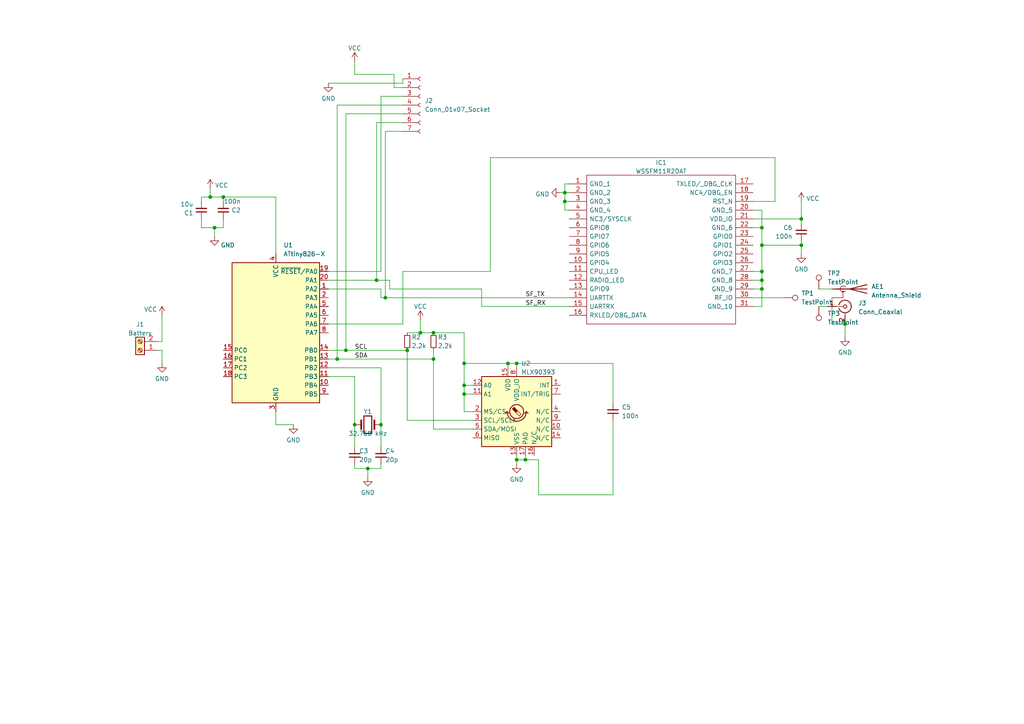
<source format=kicad_sch>
(kicad_sch (version 20231120) (generator "eeschema") (generator_version "8.0")
  (paper "A4")
  (lib_symbols
    (symbol "Connector:Conn_01x07_Socket" (pin_names (offset 1.016) hide)
      (property "Reference" "J" (at 0 10.16 0))
      (property "Value" "Conn_01x07_Socket" (at 0 -10.16 0))
      (symbol "Conn_01x07_Socket_1_1"
        (arc (start 0 -7.112) (mid -0.5058 -7.62) (end 0 -8.128) (stroke (width 0.1524)))
        (arc (start 0 -4.572) (mid -0.5058 -5.08) (end 0 -5.588) (stroke (width 0.1524)))
        (arc (start 0 -2.032) (mid -0.5058 -2.54) (end 0 -3.048) (stroke (width 0.1524)))
        (polyline (pts (xy -1.27 -7.62) (xy -0.508 -7.62)) (stroke (width 0.1524)))
        (polyline (pts (xy -1.27 -5.08) (xy -0.508 -5.08)) (stroke (width 0.1524)))
        (polyline (pts (xy -1.27 -2.54) (xy -0.508 -2.54)) (stroke (width 0.1524)))
        (polyline (pts (xy -1.27 0) (xy -0.508 0)) (stroke (width 0.1524)))
        (polyline (pts (xy -1.27 2.54) (xy -0.508 2.54)) (stroke (width 0.1524)))
        (polyline (pts (xy -1.27 5.08) (xy -0.508 5.08)) (stroke (width 0.1524)))
        (polyline (pts (xy -1.27 7.62) (xy -0.508 7.62)) (stroke (width 0.1524)))
        (arc (start 0 0.508) (mid -0.5058 0) (end 0 -0.508) (stroke (width 0.1524)))
        (arc (start 0 3.048) (mid -0.5058 2.54) (end 0 2.032) (stroke (width 0.1524)))
        (arc (start 0 5.588) (mid -0.5058 5.08) (end 0 4.572) (stroke (width 0.1524)))
        (arc (start 0 8.128) (mid -0.5058 7.62) (end 0 7.112) (stroke (width 0.1524)))
        (pin passive line (at -5.08 7.62 0) (length 3.81) (name "Pin_1") (number "1"))
        (pin passive line (at -5.08 5.08 0) (length 3.81) (name "Pin_2") (number "2"))
        (pin passive line (at -5.08 2.54 0) (length 3.81) (name "Pin_3") (number "3"))
        (pin passive line (at -5.08 0 0) (length 3.81) (name "Pin_4") (number "4"))
        (pin passive line (at -5.08 -2.54 0) (length 3.81) (name "Pin_5") (number "5"))
        (pin passive line (at -5.08 -5.08 0) (length 3.81) (name "Pin_6") (number "6"))
        (pin passive line (at -5.08 -7.62 0) (length 3.81) (name "Pin_7") (number "7"))
      )
    )
    (symbol "Connector:Conn_Coaxial" (pin_names (offset 1.016) hide)
      (property "Reference" "J" (at 0.254 3.048 0))
      (property "Value" "Conn_Coaxial" (at 2.921 0 90))
      (symbol "Conn_Coaxial_0_1"
        (arc (start -1.778 -0.508) (mid 0.2311 -1.8066) (end 1.778 0) (stroke (width 0.254)))
        (polyline (pts (xy -2.54 0) (xy -0.508 0)))
        (polyline (pts (xy 0 -2.54) (xy 0 -1.778)))
        (circle (center 0 0) (radius 0.508) (stroke (width 0.2032)))
        (arc (start 1.778 0) (mid 0.2099 1.8101) (end -1.778 0.508) (stroke (width 0.254)))
      )
      (symbol "Conn_Coaxial_1_1"
        (pin passive line (at -5.08 0 0) (length 2.54) (name "In") (number "1"))
        (pin passive line (at 0 -5.08 90) (length 2.54) (name "Ext") (number "2"))
      )
    )
    (symbol "Connector:Screw_Terminal_01x02" (pin_names (offset 1.016) hide)
      (property "Reference" "J" (at 0 2.54 0))
      (property "Value" "Screw_Terminal_01x02" (at 0 -5.08 0))
      (symbol "Screw_Terminal_01x02_1_1"
        (rectangle (start -1.27 1.27) (end 1.27 -3.81) (stroke (width 0.254)) (fill (type background)))
        (circle (center 0 -2.54) (radius 0.635) (stroke (width 0.1524)))
        (polyline (pts (xy -0.5334 -2.2098) (xy 0.3302 -3.048)) (stroke (width 0.1524)))
        (polyline (pts (xy -0.5334 0.3302) (xy 0.3302 -0.508)) (stroke (width 0.1524)))
        (polyline (pts (xy -0.3556 -2.032) (xy 0.508 -2.8702)) (stroke (width 0.1524)))
        (polyline (pts (xy -0.3556 0.508) (xy 0.508 -0.3302)) (stroke (width 0.1524)))
        (circle (center 0 0) (radius 0.635) (stroke (width 0.1524)))
        (pin passive line (at -5.08 0 0) (length 3.81) (name "Pin_1") (number "1"))
        (pin passive line (at -5.08 -2.54 0) (length 3.81) (name "Pin_2") (number "2"))
      )
    )
    (symbol "Connector:TestPoint" (pin_numbers hide) (pin_names (offset 0.762) hide)
      (property "Reference" "TP" (at 0 6.858 0))
      (property "Value" "TestPoint" (at 0 5.08 0))
      (symbol "TestPoint_0_1"
        (circle (center 0 3.302) (radius 0.762))
      )
      (symbol "TestPoint_1_1"
        (pin passive line (at 0 0 90) (length 2.54) (name "1") (number "1"))
      )
    )
    (symbol "Device:Antenna_Shield" (pin_numbers hide) (pin_names (offset 1.016) hide)
      (property "Reference" "AE" (at -1.905 4.445 0))
      (property "Value" "Antenna_Shield" (at -1.905 2.54 0))
      (symbol "Antenna_Shield_0_1"
        (arc (start -0.508 -1.143) (mid -0.8429 -2.1194) (end 0 -2.667))
        (arc (start 0 -2.667) (mid 0.7989 -2.1052) (end 0.508 -1.143))
        (polyline (pts (xy 0 -2.54) (xy 0 0)))
        (polyline (pts (xy 0 5.08) (xy 0 -3.81)) (stroke (width 0.254)))
        (polyline (pts (xy 0.762 -1.905) (xy 2.54 -1.905)))
        (polyline (pts (xy 2.54 -2.54) (xy 2.54 -1.905)))
        (polyline (pts (xy 1.27 5.08) (xy 0 0) (xy -1.27 5.08)) (stroke (width 0.254)))
        (circle (center 0.762 -1.905) (radius 0.1778) (fill (type outline)))
      )
      (symbol "Antenna_Shield_1_1"
        (pin input line (at 0 -5.08 90) (length 2.54) (name "A") (number "1"))
        (pin input line (at 2.54 -5.08 90) (length 2.54) (name "Shield") (number "2"))
      )
    )
    (symbol "Device:C_Small" (pin_numbers hide) (pin_names (offset 0.254) hide)
      (property "Reference" "C" (at 0.254 1.778 0))
      (property "Value" "C_Small" (at 0.254 -2.032 0))
      (symbol "C_Small_0_1"
        (polyline (pts (xy -1.524 -0.508) (xy 1.524 -0.508)) (stroke (width 0.3302)))
        (polyline (pts (xy -1.524 0.508) (xy 1.524 0.508)) (stroke (width 0.3048)))
      )
      (symbol "C_Small_1_1"
        (pin passive line (at 0 2.54 270) (length 2.032) (name "~") (number "1"))
        (pin passive line (at 0 -2.54 90) (length 2.032) (name "~") (number "2"))
      )
    )
    (symbol "Device:Crystal" (pin_numbers hide) (pin_names (offset 1.016) hide)
      (property "Reference" "Y" (at 0 3.81 0))
      (property "Value" "Crystal" (at 0 -3.81 0))
      (symbol "Crystal_0_1"
        (rectangle (start -1.143 2.54) (end 1.143 -2.54) (stroke (width 0.3048)))
        (polyline (pts (xy -2.54 0) (xy -1.905 0)))
        (polyline (pts (xy -1.905 -1.27) (xy -1.905 1.27)) (stroke (width 0.508)))
        (polyline (pts (xy 1.905 -1.27) (xy 1.905 1.27)) (stroke (width 0.508)))
        (polyline (pts (xy 2.54 0) (xy 1.905 0)))
      )
      (symbol "Crystal_1_1"
        (pin passive line (at -3.81 0 0) (length 1.27) (name "1") (number "1"))
        (pin passive line (at 3.81 0 180) (length 1.27) (name "2") (number "2"))
      )
    )
    (symbol "Device:R_Small" (pin_numbers hide) (pin_names (offset 0.254) hide)
      (property "Reference" "R" (at 0.762 0.508 0))
      (property "Value" "R_Small" (at 0.762 -1.016 0))
      (symbol "R_Small_0_1"
        (rectangle (start -0.762 1.778) (end 0.762 -1.778) (stroke (width 0.2032)))
      )
      (symbol "R_Small_1_1"
        (pin passive line (at 0 2.54 270) (length 0.762) (name "~") (number "1"))
        (pin passive line (at 0 -2.54 90) (length 0.762) (name "~") (number "2"))
      )
    )
    (symbol "MCU_Microchip_ATtiny:ATtiny826-M"
      (property "Reference" "U" (at -12.7 21.59 0))
      (property "Value" "ATtiny826-M" (at 2.54 -21.59 0))
      (symbol "ATtiny826-M_0_1"
        (rectangle (start -12.7 -20.32) (end 12.7 20.32) (stroke (width 0.254)) (fill (type background)))
      )
      (symbol "ATtiny826-M_1_1"
        (pin bidirectional line (at 15.24 12.7 180) (length 2.54) (name "PA2") (number "1"))
        (pin bidirectional line (at 15.24 -15.24 180) (length 2.54) (name "PB4") (number "10"))
        (pin bidirectional line (at 15.24 -12.7 180) (length 2.54) (name "PB3") (number "11"))
        (pin bidirectional line (at 15.24 -10.16 180) (length 2.54) (name "PB2") (number "12"))
        (pin bidirectional line (at 15.24 -7.62 180) (length 2.54) (name "PB1") (number "13"))
        (pin bidirectional line (at 15.24 -5.08 180) (length 2.54) (name "PB0") (number "14"))
        (pin bidirectional line (at -15.24 -5.08 0) (length 2.54) (name "PC0") (number "15"))
        (pin bidirectional line (at -15.24 -7.62 0) (length 2.54) (name "PC1") (number "16"))
        (pin bidirectional line (at -15.24 -10.16 0) (length 2.54) (name "PC2") (number "17"))
        (pin bidirectional line (at -15.24 -12.7 0) (length 2.54) (name "PC3") (number "18"))
        (pin bidirectional line (at 15.24 17.78 180) (length 2.54) (name "~{RESET}/PA0") (number "19"))
        (pin bidirectional line (at 15.24 10.16 180) (length 2.54) (name "PA3") (number "2"))
        (pin bidirectional line (at 15.24 15.24 180) (length 2.54) (name "PA1") (number "20"))
        (pin passive line (at 0 -22.86 90) (length 2.54) hide (name "GND") (number "21"))
        (pin power_in line (at 0 -22.86 90) (length 2.54) (name "GND") (number "3"))
        (pin power_in line (at 0 22.86 270) (length 2.54) (name "VCC") (number "4"))
        (pin bidirectional line (at 15.24 7.62 180) (length 2.54) (name "PA4") (number "5"))
        (pin bidirectional line (at 15.24 5.08 180) (length 2.54) (name "PA5") (number "6"))
        (pin bidirectional line (at 15.24 2.54 180) (length 2.54) (name "PA6") (number "7"))
        (pin bidirectional line (at 15.24 0 180) (length 2.54) (name "PA7") (number "8"))
        (pin bidirectional line (at 15.24 -17.78 180) (length 2.54) (name "PB5") (number "9"))
      )
    )
    (symbol "Sensor_Magnetic:MA730"
      (property "Reference" "U1" (at 2.0194 15.24 0))
      (property "Value" "MLX90393" (at 2.0194 12.7 0))
      (symbol "MA730_0_1"
        (rectangle (start -10.16 10.16) (end 10.16 -10.16) (stroke (width 0.254)) (fill (type background)))
        (arc (start -2.794 0) (mid 0 -2.7819) (end 2.794 0) (stroke (width 0.254)))
        (polyline (pts (xy -2.794 0) (xy -3.302 -0.508)) (stroke (width 0.254)))
        (polyline (pts (xy -2.794 0) (xy -2.286 -0.508)) (stroke (width 0.254)))
        (polyline (pts (xy 2.794 0) (xy 2.286 -0.508)) (stroke (width 0.254)))
        (polyline (pts (xy 2.794 0) (xy 3.302 -0.508)) (stroke (width 0.254)))
      )
      (symbol "MA730_1_1"
        (polyline (pts (xy 0.254 0.254) (xy 1.27 -0.762) (xy 0.762 -1.27) (xy -0.254 -0.254)))
        (polyline (pts (xy -0.762 1.27) (xy 0.254 0.254) (xy -0.254 -0.254) (xy -1.27 0.762) (xy -1.016 1.016) (xy -0.762 1.27) (xy -0.635 1.143)) (fill (type outline)))
        (circle (center 0 0) (radius 2.032) (stroke (width 0.254)))
        (pin output line (at 12.7 7.62 180) (length 2.54) (name "INT") (number "1"))
        (pin passive line (at 12.7 -5.08 180) (length 2.54) (name "N/C") (number "10"))
        (pin input line (at -12.7 5.08 0) (length 2.54) (name "A1") (number "11"))
        (pin input line (at -12.7 7.62 0) (length 2.54) (name "A0") (number "12"))
        (pin power_in line (at 0 -12.7 90) (length 2.54) (name "VSS") (number "13"))
        (pin passive line (at 12.7 -7.62 180) (length 2.54) (name "N/C") (number "14"))
        (pin power_in line (at -2.54 12.7 270) (length 2.54) (name "VDD") (number "15"))
        (pin passive line (at 5.08 -12.7 90) (length 2.54) (name "N/C") (number "16"))
        (pin passive line (at 2.54 -12.7 90) (length 2.54) (name "PAD") (number "17"))
        (pin input line (at -12.7 0 0) (length 2.54) (name "MS/CS") (number "2"))
        (pin input line (at -12.7 -2.54 0) (length 2.54) (name "SCL/SCLK") (number "3"))
        (pin passive line (at 12.7 0 180) (length 2.54) (name "N/C") (number "4"))
        (pin bidirectional line (at -12.7 -5.08 0) (length 2.54) (name "SDA/MOSI") (number "5"))
        (pin output line (at -12.7 -7.62 0) (length 2.54) (name "MISO") (number "6"))
        (pin bidirectional line (at 12.7 5.08 180) (length 2.54) (name "INT/TRIG") (number "7"))
        (pin power_in line (at 0 12.7 270) (length 2.54) (name "VDD_IO") (number "8"))
        (pin passive line (at 12.7 -2.54 180) (length 2.54) (name "N/C") (number "9"))
      )
    )
    (symbol "WSSFM11R2DAT:WSSFM11R2DAT" (pin_names (offset 0.762))
      (property "Reference" "IC" (at 49.53 7.62 0))
      (property "Value" "WSSFM11R2DAT" (at 49.53 5.08 0))
      (symbol "WSSFM11R2DAT_0_0"
        (pin passive line (at 0 0 0) (length 5.08) (name "GND_1") (number "1"))
        (pin passive line (at 0 -22.86 0) (length 5.08) (name "GPIO4") (number "10"))
        (pin passive line (at 0 -25.4 0) (length 5.08) (name "CPU_LED") (number "11"))
        (pin passive line (at 0 -27.94 0) (length 5.08) (name "RADIO_LED") (number "12"))
        (pin passive line (at 0 -30.48 0) (length 5.08) (name "GPIO9") (number "13"))
        (pin passive line (at 0 -33.02 0) (length 5.08) (name "UARTTX") (number "14"))
        (pin passive line (at 0 -35.56 0) (length 5.08) (name "UARTRX") (number "15"))
        (pin passive line (at 0 -38.1 0) (length 5.08) (name "RXLED/DBG_DATA") (number "16"))
        (pin passive line (at 53.34 0 180) (length 5.08) (name "TXLED/_DBG_CLK") (number "17"))
        (pin passive line (at 53.34 -2.54 180) (length 5.08) (name "NC4/DBG_EN") (number "18"))
        (pin passive line (at 53.34 -5.08 180) (length 5.08) (name "RST_N") (number "19"))
        (pin passive line (at 0 -2.54 0) (length 5.08) (name "GND_2") (number "2"))
        (pin passive line (at 53.34 -7.62 180) (length 5.08) (name "GND_5") (number "20"))
        (pin passive line (at 53.34 -10.16 180) (length 5.08) (name "VDD_IO") (number "21"))
        (pin passive line (at 53.34 -12.7 180) (length 5.08) (name "GND_6") (number "22"))
        (pin passive line (at 53.34 -15.24 180) (length 5.08) (name "GPIO0") (number "23"))
        (pin passive line (at 53.34 -17.78 180) (length 5.08) (name "GPIO1") (number "24"))
        (pin passive line (at 53.34 -20.32 180) (length 5.08) (name "GPIO2") (number "25"))
        (pin passive line (at 53.34 -22.86 180) (length 5.08) (name "GPIO3") (number "26"))
        (pin passive line (at 53.34 -25.4 180) (length 5.08) (name "GND_7") (number "27"))
        (pin passive line (at 53.34 -27.94 180) (length 5.08) (name "GND_8") (number "28"))
        (pin passive line (at 53.34 -30.48 180) (length 5.08) (name "GND_9") (number "29"))
        (pin passive line (at 0 -5.08 0) (length 5.08) (name "GND_3") (number "3"))
        (pin passive line (at 53.34 -33.02 180) (length 5.08) (name "RF_IO") (number "30"))
        (pin passive line (at 53.34 -35.56 180) (length 5.08) (name "GND_10") (number "31"))
        (pin passive line (at 0 -7.62 0) (length 5.08) (name "GND_4") (number "4"))
        (pin passive line (at 0 -10.16 0) (length 5.08) (name "NC3/SYSCLK") (number "5"))
        (pin passive line (at 0 -12.7 0) (length 5.08) (name "GPIO8") (number "6"))
        (pin passive line (at 0 -15.24 0) (length 5.08) (name "GPIO7") (number "7"))
        (pin passive line (at 0 -17.78 0) (length 5.08) (name "GPIO6") (number "8"))
        (pin passive line (at 0 -20.32 0) (length 5.08) (name "GPIO5") (number "9"))
      )
      (symbol "WSSFM11R2DAT_0_1"
        (polyline (pts (xy 5.08 2.54) (xy 48.26 2.54) (xy 48.26 -40.64) (xy 5.08 -40.64) (xy 5.08 2.54)) (stroke (width 0.1524)))
      )
    )
    (symbol "power:GND" (power) (pin_names (offset 0))
      (property "Value" "GND" (at 0 -3.81 0))
      (symbol "GND_0_1"
        (polyline (pts (xy 0 0) (xy 0 -1.27) (xy 1.27 -1.27) (xy 0 -2.54) (xy -1.27 -1.27) (xy 0 -1.27)))
      )
      (symbol "GND_1_1"
        (pin power_in line (at 0 0 270) (length 0) hide (name "GND") (number "1"))
      )
    )
    (symbol "power:VCC" (power) (pin_names (offset 0))
      (property "Value" "VCC" (at 0 3.81 0))
      (symbol "VCC_0_1"
        (polyline (pts (xy -0.762 1.27) (xy 0 2.54)))
        (polyline (pts (xy 0 0) (xy 0 2.54)))
        (polyline (pts (xy 0 2.54) (xy 0.762 1.27)))
      )
      (symbol "VCC_1_1"
        (pin power_in line (at 0 0 90) (length 0) hide (name "VCC") (number "1"))
      )
    )
  )
  (junction (at 110.49 123.19))
  (junction (at 125.73 96.52))
  (junction (at 64.77 57.15))
  (junction (at 149.86 105.41))
  (junction (at 220.98 78.74))
  (junction (at 60.96 57.15))
  (junction (at 134.62 111.76))
  (junction (at 109.22 81.28))
  (junction (at 147.32 105.41))
  (junction (at 163.83 58.42))
  (junction (at 121.92 96.52))
  (junction (at 220.98 66.04))
  (junction (at 100.33 101.6))
  (junction (at 111.76 86.36))
  (junction (at 102.87 123.19))
  (junction (at 125.73 104.14))
  (junction (at 163.83 55.88))
  (junction (at 220.98 71.12))
  (junction (at 232.41 71.12))
  (junction (at 134.62 114.3))
  (junction (at 62.23 66.04))
  (junction (at 134.62 105.41))
  (junction (at 97.79 104.14))
  (junction (at 118.11 101.6))
  (junction (at 106.68 135.89))
  (junction (at 149.86 133.35))
  (junction (at 245.11 93.98))
  (junction (at 232.41 63.5))
  (junction (at 152.4 133.35))
  (junction (at 220.98 83.82))
  (junction (at 220.98 81.28))
  (wire (pts (xy 116.84 78.74) (xy 142.24 78.74)))
  (wire (pts (xy 121.92 96.52) (xy 125.73 96.52)))
  (wire (pts (xy 111.76 38.1) (xy 111.76 86.36)))
  (wire (pts (xy 220.98 78.74) (xy 220.98 81.28)))
  (wire (pts (xy 46.99 91.44) (xy 46.99 99.06)))
  (wire (pts (xy 218.44 81.28) (xy 220.98 81.28)))
  (wire (pts (xy 165.1 88.9) (xy 139.7 88.9)))
  (wire (pts (xy 109.22 35.56) (xy 109.22 81.28)))
  (wire (pts (xy 95.25 83.82) (xy 110.49 83.82)))
  (wire (pts (xy 109.22 35.56) (xy 116.84 35.56)))
  (wire (pts (xy 121.92 92.71) (xy 121.92 96.52)))
  (wire (pts (xy 218.44 60.96) (xy 220.98 60.96)))
  (wire (pts (xy 60.96 57.15) (xy 58.42 57.15)))
  (wire (pts (xy 125.73 124.46) (xy 137.16 124.46)))
  (wire (pts (xy 220.98 60.96) (xy 220.98 66.04)))
  (wire (pts (xy 162.56 55.88) (xy 163.83 55.88)))
  (wire (pts (xy 106.68 135.89) (xy 106.68 138.43)))
  (wire (pts (xy 220.98 71.12) (xy 232.41 71.12)))
  (wire (pts (xy 80.01 57.15) (xy 64.77 57.15)))
  (wire (pts (xy 102.87 135.89) (xy 106.68 135.89)))
  (wire (pts (xy 220.98 88.9) (xy 220.98 83.82)))
  (wire (pts (xy 142.24 45.72) (xy 224.79 45.72)))
  (wire (pts (xy 80.01 73.66) (xy 80.01 57.15)))
  (wire (pts (xy 45.72 101.6) (xy 46.99 101.6)))
  (wire (pts (xy 60.96 54.61) (xy 60.96 57.15)))
  (wire (pts (xy 116.84 24.13) (xy 116.84 22.86)))
  (wire (pts (xy 232.41 63.5) (xy 232.41 64.77)))
  (wire (pts (xy 177.8 116.84) (xy 177.8 105.41)))
  (wire (pts (xy 218.44 86.36) (xy 227.33 86.36)))
  (wire (pts (xy 156.21 143.51) (xy 156.21 133.35)))
  (wire (pts (xy 102.87 123.19) (xy 102.87 109.22)))
  (wire (pts (xy 64.77 57.15) (xy 60.96 57.15)))
  (wire (pts (xy 134.62 105.41) (xy 134.62 96.52)))
  (wire (pts (xy 177.8 105.41) (xy 149.86 105.41)))
  (wire (pts (xy 137.16 119.38) (xy 134.62 119.38)))
  (wire (pts (xy 139.7 88.9) (xy 139.7 83.82)))
  (wire (pts (xy 97.79 30.48) (xy 116.84 30.48)))
  (wire (pts (xy 177.8 121.92) (xy 177.8 143.51)))
  (wire (pts (xy 116.84 93.98) (xy 116.84 78.74)))
  (wire (pts (xy 220.98 66.04) (xy 220.98 71.12)))
  (wire (pts (xy 163.83 58.42) (xy 165.1 58.42)))
  (wire (pts (xy 163.83 60.96) (xy 163.83 58.42)))
  (wire (pts (xy 113.03 83.82) (xy 139.7 83.82)))
  (wire (pts (xy 152.4 133.35) (xy 149.86 133.35)))
  (wire (pts (xy 147.32 105.41) (xy 149.86 105.41)))
  (wire (pts (xy 177.8 143.51) (xy 156.21 143.51)))
  (wire (pts (xy 163.83 55.88) (xy 165.1 55.88)))
  (wire (pts (xy 142.24 78.74) (xy 142.24 45.72)))
  (wire (pts (xy 152.4 132.08) (xy 152.4 133.35)))
  (wire (pts (xy 149.86 133.35) (xy 149.86 134.62)))
  (wire (pts (xy 95.25 81.28) (xy 109.22 81.28)))
  (wire (pts (xy 152.4 133.35) (xy 156.21 133.35)))
  (wire (pts (xy 111.76 86.36) (xy 165.1 86.36)))
  (wire (pts (xy 110.49 27.94) (xy 110.49 78.74)))
  (wire (pts (xy 58.42 63.5) (xy 58.42 66.04)))
  (wire (pts (xy 100.33 33.02) (xy 116.84 33.02)))
  (wire (pts (xy 134.62 96.52) (xy 125.73 96.52)))
  (wire (pts (xy 220.98 66.04) (xy 218.44 66.04)))
  (wire (pts (xy 118.11 96.52) (xy 121.92 96.52)))
  (wire (pts (xy 95.25 24.13) (xy 116.84 24.13)))
  (wire (pts (xy 237.49 88.9) (xy 240.03 88.9)))
  (wire (pts (xy 241.3 93.98) (xy 245.11 93.98)))
  (wire (pts (xy 218.44 78.74) (xy 220.98 78.74)))
  (wire (pts (xy 232.41 71.12) (xy 232.41 73.66)))
  (wire (pts (xy 134.62 119.38) (xy 134.62 114.3)))
  (wire (pts (xy 46.99 99.06) (xy 45.72 99.06)))
  (wire (pts (xy 95.25 93.98) (xy 116.84 93.98)))
  (wire (pts (xy 110.49 86.36) (xy 111.76 86.36)))
  (wire (pts (xy 106.68 135.89) (xy 110.49 135.89)))
  (wire (pts (xy 237.49 83.82) (xy 241.3 83.82)))
  (wire (pts (xy 220.98 71.12) (xy 220.98 78.74)))
  (wire (pts (xy 165.1 60.96) (xy 163.83 60.96)))
  (wire (pts (xy 110.49 27.94) (xy 116.84 27.94)))
  (wire (pts (xy 147.32 106.68) (xy 147.32 105.41)))
  (wire (pts (xy 241.3 86.36) (xy 241.3 93.98)))
  (wire (pts (xy 46.99 101.6) (xy 46.99 105.41)))
  (wire (pts (xy 97.79 30.48) (xy 97.79 104.14)))
  (wire (pts (xy 218.44 58.42) (xy 224.79 58.42)))
  (wire (pts (xy 118.11 121.92) (xy 137.16 121.92)))
  (wire (pts (xy 100.33 101.6) (xy 118.11 101.6)))
  (wire (pts (xy 163.83 58.42) (xy 163.83 55.88)))
  (wire (pts (xy 110.49 123.19) (xy 110.49 129.54)))
  (wire (pts (xy 125.73 104.14) (xy 125.73 101.6)))
  (wire (pts (xy 125.73 104.14) (xy 125.73 124.46)))
  (wire (pts (xy 220.98 83.82) (xy 218.44 83.82)))
  (wire (pts (xy 95.25 101.6) (xy 100.33 101.6)))
  (wire (pts (xy 163.83 55.88) (xy 163.83 53.34)))
  (wire (pts (xy 114.3 25.4) (xy 116.84 25.4)))
  (wire (pts (xy 163.83 53.34) (xy 165.1 53.34)))
  (wire (pts (xy 220.98 81.28) (xy 220.98 83.82)))
  (wire (pts (xy 102.87 21.59) (xy 114.3 21.59)))
  (wire (pts (xy 149.86 105.41) (xy 149.86 106.68)))
  (wire (pts (xy 102.87 123.19) (xy 102.87 129.54)))
  (wire (pts (xy 134.62 111.76) (xy 137.16 111.76)))
  (wire (pts (xy 95.25 104.14) (xy 97.79 104.14)))
  (wire (pts (xy 102.87 109.22) (xy 95.25 109.22)))
  (wire (pts (xy 110.49 123.19) (xy 110.49 106.68)))
  (wire (pts (xy 64.77 58.42) (xy 64.77 57.15)))
  (wire (pts (xy 110.49 106.68) (xy 95.25 106.68)))
  (wire (pts (xy 218.44 63.5) (xy 232.41 63.5)))
  (wire (pts (xy 62.23 66.04) (xy 64.77 66.04)))
  (wire (pts (xy 109.22 81.28) (xy 113.03 81.28)))
  (wire (pts (xy 64.77 66.04) (xy 64.77 63.5)))
  (wire (pts (xy 97.79 104.14) (xy 125.73 104.14)))
  (wire (pts (xy 102.87 134.62) (xy 102.87 135.89)))
  (wire (pts (xy 110.49 135.89) (xy 110.49 134.62)))
  (wire (pts (xy 80.01 123.19) (xy 85.09 123.19)))
  (wire (pts (xy 102.87 17.78) (xy 102.87 21.59)))
  (wire (pts (xy 224.79 45.72) (xy 224.79 58.42)))
  (wire (pts (xy 80.01 123.19) (xy 80.01 119.38)))
  (wire (pts (xy 118.11 101.6) (xy 118.11 121.92)))
  (wire (pts (xy 111.76 38.1) (xy 116.84 38.1)))
  (wire (pts (xy 58.42 57.15) (xy 58.42 58.42)))
  (wire (pts (xy 232.41 69.85) (xy 232.41 71.12)))
  (wire (pts (xy 134.62 114.3) (xy 134.62 111.76)))
  (wire (pts (xy 58.42 66.04) (xy 62.23 66.04)))
  (wire (pts (xy 113.03 81.28) (xy 113.03 83.82)))
  (wire (pts (xy 232.41 58.42) (xy 232.41 63.5)))
  (wire (pts (xy 110.49 83.82) (xy 110.49 86.36)))
  (wire (pts (xy 134.62 111.76) (xy 134.62 105.41)))
  (wire (pts (xy 62.23 66.04) (xy 62.23 68.58)))
  (wire (pts (xy 134.62 114.3) (xy 137.16 114.3)))
  (wire (pts (xy 245.11 93.98) (xy 245.11 97.79)))
  (wire (pts (xy 100.33 33.02) (xy 100.33 101.6)))
  (wire (pts (xy 114.3 21.59) (xy 114.3 25.4)))
  (wire (pts (xy 218.44 88.9) (xy 220.98 88.9)))
  (wire (pts (xy 149.86 132.08) (xy 149.86 133.35)))
  (wire (pts (xy 134.62 105.41) (xy 147.32 105.41)))
  (wire (pts (xy 95.25 78.74) (xy 110.49 78.74)))
  (label "SCL" (at 102.87 101.6 0))
  (label "SF_RX" (at 152.4 88.9 0))
  (label "SDA" (at 102.87 104.14 0))
  (label "SF_TX" (at 152.4 86.36 0))
  (symbol (lib_id "WSSFM11R2DAT:WSSFM11R2DAT") (at 165.1 53.34 0) (unit 1)
    (property "Reference" "IC1" (at 191.77 47.151 0))
    (property "Value" "WSSFM11R2DAT" (at 191.77 49.6879 0))
    (property "Footprint" "WSSFM11R2DAT:WSSFM11R2DAT" (effects (hide yes)))
    (property "Description" "SIGFOX DUAL MODE MODULE RC2 + RCZ4 EXCLU" (effects (hide yes)))
    (property "Height" "2.21" (effects (hide yes)))
    (property "Manufacturer_Name" "Wisol" (effects (hide yes)))
    (property "Manufacturer_Part_Number" "WSSFM11R2DAT" (effects (hide yes)))
  )
  (symbol (lib_id "power:VCC") (at 232.41 58.42 0) (unit 1)
    (property "Reference" "#PWR016" (effects (hide yes)))
    (property "Value" "VCC" (at 233.807 57.5838 0) (effects (justify left)))
  )
  (symbol (lib_id "Connector:Conn_Coaxial") (at 245.11 88.9 0) (unit 1)
    (property "Reference" "J3" (at 248.92 87.9231 0) (effects (justify left)))
    (property "Value" "Conn_Coaxial" (at 248.92 90.4631 0) (effects (justify left)))
    (property "Footprint" "Connector_Coaxial:U.FL_Hirose_U.FL-R-SMT-1_Vertical" (effects (hide yes)))
    (property "Description" "coaxial connector (BNC, SMA, SMB, SMC, Cinch/RCA, LEMO, ...)" (effects (hide yes)))
  )
  (symbol (lib_id "Device:Antenna_Shield") (at 246.38 83.82 270) (unit 1)
    (property "Reference" "AE1" (at 252.73 83.1214 90) (effects (justify left)))
    (property "Value" "Antenna_Shield" (at 252.73 85.6614 90) (effects (justify left)))
    (property "Footprint" "antenna:antena1" (effects (hide yes)))
    (property "Description" "Antenna with extra pin for shielding" (effects (hide yes)))
  )
  (symbol (lib_id "MCU_Microchip_ATtiny:ATtiny826-M") (at 80.01 96.52 0) (unit 1)
    (property "Reference" "U1" (at 82.2041 71.12 0) (effects (justify left)))
    (property "Value" "ATtiny826-X" (at 82.2041 73.66 0) (effects (justify left)))
    (property "Footprint" "Package_DFN_QFN:VQFN-20-1EP_3x3mm_P0.4mm_EP1.7x1.7mm" (effects (hide yes)))
    (property "Datasheet" "https://ww1.microchip.com/downloads/en/DeviceDoc/ATtiny424-426-427-824-826-827-DataSheet-DS40002311A.pdf" (effects (hide yes)))
  )
  (symbol (lib_id "power:GND") (at 162.56 55.88 270) (unit 1)
    (property "Reference" "#PWR012" (effects (hide yes)))
    (property "Value" "GND" (at 159.3851 56.3138 90) (effects (justify right)))
  )
  (symbol (lib_id "Device:R_Small") (at 125.73 99.06 180) (unit 1)
    (property "Reference" "R3" (at 127 97.79 0) (effects (justify right)))
    (property "Value" "2.2k" (at 127 100.33 0) (effects (justify right)))
    (property "Footprint" "Resistor_SMD:R_0805_2012Metric_Pad1.20x1.40mm_HandSolder" (effects (hide yes)))
  )
  (symbol (lib_id "power:VCC") (at 60.96 54.61 0) (unit 1)
    (property "Reference" "#PWR03" (effects (hide yes)))
    (property "Value" "VCC" (at 62.357 53.7738 0) (effects (justify left)))
  )
  (symbol (lib_id "power:GND") (at 85.09 123.19 0) (unit 1)
    (property "Reference" "#PWR05" (effects (hide yes)))
    (property "Value" "GND" (at 85.09 127.6334 0))
  )
  (symbol (lib_id "Device:C_Small") (at 58.42 60.96 180) (unit 1)
    (property "Reference" "C1" (at 56.0959 61.7884 0) (effects (justify left)))
    (property "Value" "10u" (at 56.0959 59.2515 0) (effects (justify left)))
    (property "Footprint" "Capacitor_SMD:C_0805_2012Metric_Pad1.18x1.45mm_HandSolder" (effects (hide yes)))
  )
  (symbol (lib_id "power:GND") (at 106.68 138.43 0) (unit 1)
    (property "Reference" "#PWR08" (effects (hide yes)))
    (property "Value" "GND" (at 106.68 142.8734 0))
  )
  (symbol (lib_id "power:GND") (at 62.23 68.58 0) (unit 1)
    (property "Reference" "#PWR04" (effects (hide yes)))
    (property "Value" "GND" (at 66.04 71.12 0))
  )
  (symbol (lib_id "Connector:Screw_Terminal_01x02") (at 40.64 101.6 180) (unit 1)
    (property "Reference" "J1" (at 40.64 94.0902 0))
    (property "Value" "Battery" (at 40.64 96.6271 0))
    (property "Footprint" "Battery:BatteryHolder_Keystone_2468_2xAAA" (effects (hide yes)))
  )
  (symbol (lib_id "Device:C_Small") (at 232.41 67.31 0) (mirror x) (unit 1)
    (property "Reference" "C6" (at 229.87 66.0335 0) (effects (justify right)))
    (property "Value" "100n" (at 229.87 68.5735 0) (effects (justify right)))
    (property "Footprint" "Capacitor_SMD:C_0805_2012Metric_Pad1.18x1.45mm_HandSolder" (effects (hide yes)))
  )
  (symbol (lib_id "power:GND") (at 95.25 24.13 0) (unit 1)
    (property "Reference" "#PWR06" (effects (hide yes)))
    (property "Value" "GND" (at 95.25 28.5734 0))
  )
  (symbol (lib_id "power:VCC") (at 46.99 91.44 0) (unit 1)
    (property "Reference" "#PWR01" (effects (hide yes)))
    (property "Value" "VCC" (at 45.593 89.7362 0) (effects (justify right)))
  )
  (symbol (lib_id "power:GND") (at 46.99 105.41 0) (unit 1)
    (property "Reference" "#PWR02" (effects (hide yes)))
    (property "Value" "GND" (at 46.99 109.8534 0))
  )
  (symbol (lib_id "Sensor_Magnetic:MA730") (at 149.86 119.38 0) (unit 1)
    (property "Reference" "U2" (at 151.13 105.41 0) (effects (justify left)))
    (property "Value" "MLX90393" (at 151.13 107.95 0) (effects (justify left)))
    (property "Footprint" "Package_DFN_QFN:QFN-16-1EP_3x3mm_P0.5mm_EP1.7x1.7mm" (effects (hide yes)))
    (property "Datasheet" "https://www.monolithicpower.com/pub/media/document/m/a/ma730_r1.01.pdf" (effects (hide yes)))
  )
  (symbol (lib_id "power:GND") (at 149.86 134.62 0) (unit 1)
    (property "Reference" "#PWR010" (effects (hide yes)))
    (property "Value" "GND" (at 149.86 139.0634 0))
  )
  (symbol (lib_id "power:GND") (at 245.11 97.79 0) (unit 1)
    (property "Reference" "#PWR014" (effects (hide yes)))
    (property "Value" "GND" (at 245.11 102.2334 0))
  )
  (symbol (lib_id "Connector:TestPoint") (at 237.49 83.82 0) (unit 1)
    (property "Reference" "TP2" (at 240.03 79.2479 0) (effects (justify left)))
    (property "Value" "TestPoint" (at 240.03 81.7879 0) (effects (justify left)))
    (property "Footprint" "TestPoint:TestPoint_Pad_1.0x1.0mm" (effects (hide yes)))
    (property "Description" "test point" (effects (hide yes)))
  )
  (symbol (lib_id "power:VCC") (at 102.87 17.78 0) (unit 1)
    (property "Reference" "#PWR07" (effects (hide yes)))
    (property "Value" "VCC" (at 102.87 13.97 0))
  )
  (symbol (lib_id "power:GND") (at 232.41 73.66 0) (mirror y) (unit 1)
    (property "Reference" "#PWR015" (effects (hide yes)))
    (property "Value" "GND" (at 232.41 78.1034 0))
  )
  (symbol (lib_id "Connector:TestPoint") (at 227.33 86.36 270) (unit 1)
    (property "Reference" "TP1" (at 232.41 85.0899 90) (effects (justify left)))
    (property "Value" "TestPoint" (at 232.41 87.6299 90) (effects (justify left)))
    (property "Footprint" "TestPoint:TestPoint_Pad_1.0x1.0mm" (effects (hide yes)))
    (property "Description" "test point" (effects (hide yes)))
  )
  (symbol (lib_id "Connector:TestPoint") (at 237.49 88.9 180) (unit 1)
    (property "Reference" "TP3" (at 240.03 90.9319 0) (effects (justify right)))
    (property "Value" "TestPoint" (at 240.03 93.4719 0) (effects (justify right)))
    (property "Footprint" "TestPoint:TestPoint_Pad_1.0x1.0mm" (effects (hide yes)))
    (property "Description" "test point" (effects (hide yes)))
  )
  (symbol (lib_id "Connector:Conn_01x07_Socket") (at 121.92 30.48 0) (unit 1)
    (property "Reference" "J2" (at 123.19 29.21 0) (effects (justify left)))
    (property "Value" "Conn_01x07_Socket" (at 123.19 31.75 0) (effects (justify left)))
    (property "Footprint" "Connector_PinHeader_2.54mm:PinHeader_1x07_P2.54mm_Vertical" (effects (hide yes)))
  )
  (symbol (lib_id "Device:C_Small") (at 177.8 119.38 180) (unit 1)
    (property "Reference" "C5" (at 180.34 118.1036 0) (effects (justify right)))
    (property "Value" "100n" (at 180.34 120.6436 0) (effects (justify right)))
    (property "Footprint" "Capacitor_SMD:C_0201_0603Metric_Pad0.64x0.40mm_HandSolder" (effects (hide yes)))
  )
  (symbol (lib_id "Device:Crystal") (at 106.68 123.19 0) (unit 1)
    (property "Reference" "Y1" (at 106.68 119.38 0))
    (property "Value" "32.768 kHz" (at 106.68 125.73 0))
    (property "Footprint" "Crystal:Crystal_C26-LF_D2.1mm_L6.5mm_Vertical" (effects (hide yes)))
  )
  (symbol (lib_id "power:VCC") (at 121.92 92.71 0) (unit 1)
    (property "Reference" "#PWR09" (effects (hide yes)))
    (property "Value" "VCC" (at 121.92 88.9 0))
  )
  (symbol (lib_id "Device:C_Small") (at 102.87 132.08 180) (unit 1)
    (property "Reference" "C3" (at 104.14 130.81 0) (effects (justify right)))
    (property "Value" "20p" (at 104.14 133.35 0) (effects (justify right)))
    (property "Footprint" "Capacitor_SMD:C_0805_2012Metric_Pad1.18x1.45mm_HandSolder" (effects (hide yes)))
  )
  (symbol (lib_id "Device:R_Small") (at 118.11 99.06 180) (unit 1)
    (property "Reference" "R2" (at 119.38 97.79 0) (effects (justify right)))
    (property "Value" "2.2k" (at 119.38 100.33 0) (effects (justify right)))
    (property "Footprint" "Resistor_SMD:R_0805_2012Metric_Pad1.20x1.40mm_HandSolder" (effects (hide yes)))
  )
  (symbol (lib_id "Device:C_Small") (at 110.49 132.08 180) (unit 1)
    (property "Reference" "C4" (at 111.76 130.81 0) (effects (justify right)))
    (property "Value" "20p" (at 111.76 133.35 0) (effects (justify right)))
    (property "Footprint" "Capacitor_SMD:C_0805_2012Metric_Pad1.18x1.45mm_HandSolder" (effects (hide yes)))
  )
  (symbol (lib_id "Device:C_Small") (at 64.77 60.96 180) (unit 1)
    (property "Reference" "C2" (at 69.85 60.96 0) (effects (justify left)))
    (property "Value" "100n" (at 69.85 58.42 0) (effects (justify left)))
    (property "Footprint" "Capacitor_SMD:C_0805_2012Metric_Pad1.18x1.45mm_HandSolder" (effects (hide yes)))
  )
)
</source>
